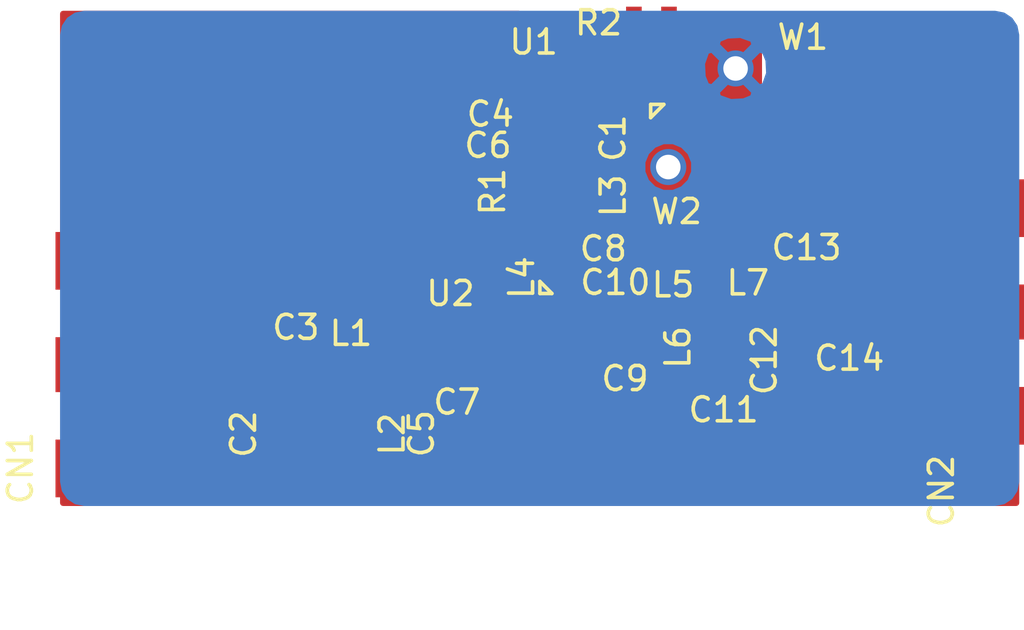
<source format=kicad_pcb>
(kicad_pcb (version 4) (host pcbnew 4.0.5)

  (general
    (links 47)
    (no_connects 13)
    (area 116.475 89.525 159.4 115.952857)
    (thickness 0.6)
    (drawings 0)
    (tracks 34)
    (zones 0)
    (modules 29)
    (nets 17)
  )

  (page A4)
  (layers
    (0 F.Cu signal)
    (31 B.Cu signal)
    (33 F.Adhes user)
    (35 F.Paste user)
    (37 F.SilkS user)
    (39 F.Mask user)
    (40 Dwgs.User user)
    (41 Cmts.User user)
    (42 Eco1.User user)
    (43 Eco2.User user)
    (44 Edge.Cuts user)
    (45 Margin user)
    (47 F.CrtYd user)
    (49 F.Fab user)
  )

  (setup
    (last_trace_width 0.25)
    (trace_clearance 0.2)
    (zone_clearance 0.2)
    (zone_45_only no)
    (trace_min 0.2)
    (segment_width 0.2)
    (edge_width 0.1)
    (via_size 0.6)
    (via_drill 0.4)
    (via_min_size 0.4)
    (via_min_drill 0.3)
    (uvia_size 0.3)
    (uvia_drill 0.1)
    (uvias_allowed no)
    (uvia_min_size 0.2)
    (uvia_min_drill 0.1)
    (pcb_text_width 0.3)
    (pcb_text_size 1.5 1.5)
    (mod_edge_width 0.15)
    (mod_text_size 1 1)
    (mod_text_width 0.15)
    (pad_size 1.5 1.5)
    (pad_drill 0.6)
    (pad_to_mask_clearance 0)
    (aux_axis_origin 0 0)
    (visible_elements 7FFFFFFF)
    (pcbplotparams
      (layerselection 0x00030_80000001)
      (usegerberextensions false)
      (excludeedgelayer true)
      (linewidth 0.100000)
      (plotframeref false)
      (viasonmask false)
      (mode 1)
      (useauxorigin false)
      (hpglpennumber 1)
      (hpglpenspeed 20)
      (hpglpendiameter 15)
      (hpglpenoverlay 2)
      (psnegative false)
      (psa4output false)
      (plotreference true)
      (plotvalue true)
      (plotinvisibletext false)
      (padsonsilk false)
      (subtractmaskfromsilk false)
      (outputformat 1)
      (mirror false)
      (drillshape 1)
      (scaleselection 1)
      (outputdirectory ""))
  )

  (net 0 "")
  (net 1 +5V)
  (net 2 GND)
  (net 3 "Net-(C2-Pad1)")
  (net 4 "Net-(C3-Pad1)")
  (net 5 "Net-(C4-Pad1)")
  (net 6 "Net-(C5-Pad2)")
  (net 7 "Net-(C7-Pad2)")
  (net 8 "Net-(C8-Pad1)")
  (net 9 "Net-(C12-Pad2)")
  (net 10 "Net-(C10-Pad2)")
  (net 11 "Net-(C10-Pad1)")
  (net 12 "Net-(C11-Pad2)")
  (net 13 "Net-(C13-Pad1)")
  (net 14 "Net-(C14-Pad2)")
  (net 15 "Net-(R2-Pad2)")
  (net 16 "Net-(U1-Pad4)")

  (net_class Default "これは標準のネット クラスです。"
    (clearance 0.2)
    (trace_width 0.25)
    (via_dia 0.6)
    (via_drill 0.4)
    (uvia_dia 0.3)
    (uvia_drill 0.1)
    (add_net +5V)
    (add_net GND)
    (add_net "Net-(R2-Pad2)")
    (add_net "Net-(U1-Pad4)")
  )

  (net_class SIG ""
    (clearance 0.2)
    (trace_width 0.8)
    (via_dia 0.6)
    (via_drill 0.4)
    (uvia_dia 0.3)
    (uvia_drill 0.1)
    (add_net "Net-(C10-Pad1)")
    (add_net "Net-(C10-Pad2)")
    (add_net "Net-(C11-Pad2)")
    (add_net "Net-(C12-Pad2)")
    (add_net "Net-(C13-Pad1)")
    (add_net "Net-(C14-Pad2)")
    (add_net "Net-(C2-Pad1)")
    (add_net "Net-(C3-Pad1)")
    (add_net "Net-(C4-Pad1)")
    (add_net "Net-(C5-Pad2)")
    (add_net "Net-(C7-Pad2)")
    (add_net "Net-(C8-Pad1)")
  )

  (module adc_lib:C0603 (layer F.Cu) (tedit 58BAA99A) (tstamp 597C8617)
    (at 144.26 92.83 90)
    (path /5979F339)
    (fp_text reference C1 (at -2.57 -2.16 90) (layer F.SilkS)
      (effects (font (size 1 1) (thickness 0.15)))
    )
    (fp_text value 1u (at -2.17 2.14 90) (layer F.Fab)
      (effects (font (size 1 1) (thickness 0.15)))
    )
    (pad 1 smd rect (at -0.7 0 90) (size 0.7 0.8) (layers F.Cu F.Paste F.Mask)
      (net 1 +5V))
    (pad 2 smd rect (at 0.7 0 90) (size 0.7 0.8) (layers F.Cu F.Paste F.Mask)
      (net 2 GND))
  )

  (module adc_lib:C0603 (layer F.Cu) (tedit 58BAA99A) (tstamp 597C861D)
    (at 126.74 105.52 270)
    (path /597A03A5)
    (fp_text reference C2 (at 2.19 0.01 270) (layer F.SilkS)
      (effects (font (size 1 1) (thickness 0.15)))
    )
    (fp_text value 27p (at 1.85 1.41 270) (layer F.Fab)
      (effects (font (size 1 1) (thickness 0.15)))
    )
    (pad 1 smd rect (at -0.7 0 270) (size 0.7 0.8) (layers F.Cu F.Paste F.Mask)
      (net 3 "Net-(C2-Pad1)"))
    (pad 2 smd rect (at 0.7 0 270) (size 0.7 0.8) (layers F.Cu F.Paste F.Mask)
      (net 2 GND))
  )

  (module adc_lib:C0603 (layer F.Cu) (tedit 58BAA99A) (tstamp 597C8623)
    (at 128.86 104.82 180)
    (path /597A0430)
    (fp_text reference C3 (at -0.05 1.55 180) (layer F.SilkS)
      (effects (font (size 1 1) (thickness 0.15)))
    )
    (fp_text value 12p (at 0.05 -1.4 180) (layer F.Fab)
      (effects (font (size 1 1) (thickness 0.15)))
    )
    (pad 1 smd rect (at -0.7 0 180) (size 0.7 0.8) (layers F.Cu F.Paste F.Mask)
      (net 4 "Net-(C3-Pad1)"))
    (pad 2 smd rect (at 0.7 0 180) (size 0.7 0.8) (layers F.Cu F.Paste F.Mask)
      (net 3 "Net-(C2-Pad1)"))
  )

  (module adc_lib:C0603 (layer F.Cu) (tedit 58BAA99A) (tstamp 597C8629)
    (at 139.42 94.43 180)
    (path /5979F374)
    (fp_text reference C4 (at 2.42 0.03 180) (layer F.SilkS)
      (effects (font (size 1 1) (thickness 0.15)))
    )
    (fp_text value 1u (at 4.52 0.13 180) (layer F.Fab)
      (effects (font (size 1 1) (thickness 0.15)))
    )
    (pad 1 smd rect (at -0.7 0 180) (size 0.7 0.8) (layers F.Cu F.Paste F.Mask)
      (net 5 "Net-(C4-Pad1)"))
    (pad 2 smd rect (at 0.7 0 180) (size 0.7 0.8) (layers F.Cu F.Paste F.Mask)
      (net 2 GND))
  )

  (module adc_lib:C0603 (layer F.Cu) (tedit 58BAA99A) (tstamp 597C862F)
    (at 134.01 105.53 90)
    (path /597A0623)
    (fp_text reference C5 (at -2.16 0.12 90) (layer F.SilkS)
      (effects (font (size 1 1) (thickness 0.15)))
    )
    (fp_text value 130p (at -4.99 0.09 90) (layer F.Fab)
      (effects (font (size 1 1) (thickness 0.15)))
    )
    (pad 1 smd rect (at -0.7 0 90) (size 0.7 0.8) (layers F.Cu F.Paste F.Mask)
      (net 2 GND))
    (pad 2 smd rect (at 0.7 0 90) (size 0.7 0.8) (layers F.Cu F.Paste F.Mask)
      (net 6 "Net-(C5-Pad2)"))
  )

  (module adc_lib:C0603 (layer F.Cu) (tedit 58BAA99A) (tstamp 597C8635)
    (at 139.42 95.61 180)
    (path /5979F81A)
    (fp_text reference C6 (at 2.52 -0.09 180) (layer F.SilkS)
      (effects (font (size 1 1) (thickness 0.15)))
    )
    (fp_text value 0.1u (at 5.12 -0.09 180) (layer F.Fab)
      (effects (font (size 1 1) (thickness 0.15)))
    )
    (pad 1 smd rect (at -0.7 0 180) (size 0.7 0.8) (layers F.Cu F.Paste F.Mask)
      (net 5 "Net-(C4-Pad1)"))
    (pad 2 smd rect (at 0.7 0 180) (size 0.7 0.8) (layers F.Cu F.Paste F.Mask)
      (net 2 GND))
  )

  (module adc_lib:C0603 (layer F.Cu) (tedit 58BAA99A) (tstamp 597C863B)
    (at 135.66 104.83)
    (path /597A0C19)
    (fp_text reference C7 (at -0.05 1.55) (layer F.SilkS)
      (effects (font (size 1 1) (thickness 0.15)))
    )
    (fp_text value 0.1u (at 0.05 -1.4) (layer F.Fab)
      (effects (font (size 1 1) (thickness 0.15)))
    )
    (pad 1 smd rect (at -0.7 0) (size 0.7 0.8) (layers F.Cu F.Paste F.Mask)
      (net 6 "Net-(C5-Pad2)"))
    (pad 2 smd rect (at 0.7 0) (size 0.7 0.8) (layers F.Cu F.Paste F.Mask)
      (net 7 "Net-(C7-Pad2)"))
  )

  (module adc_lib:C0603 (layer F.Cu) (tedit 58BAA99A) (tstamp 597C8641)
    (at 139.3 99.9 180)
    (path /5979FA8B)
    (fp_text reference C8 (at -2.4 -0.1 360) (layer F.SilkS)
      (effects (font (size 1 1) (thickness 0.15)))
    )
    (fp_text value 0.1u (at -5.1 -0.8 180) (layer F.Fab)
      (effects (font (size 1 1) (thickness 0.15)))
    )
    (pad 1 smd rect (at -0.7 0 180) (size 0.7 0.8) (layers F.Cu F.Paste F.Mask)
      (net 8 "Net-(C8-Pad1)"))
    (pad 2 smd rect (at 0.7 0 180) (size 0.7 0.8) (layers F.Cu F.Paste F.Mask)
      (net 2 GND))
  )

  (module adc_lib:C0603 (layer F.Cu) (tedit 58BAA99A) (tstamp 597C8647)
    (at 142.6 104 180)
    (path /597A1122)
    (fp_text reference C9 (at 0 -1.4 180) (layer F.SilkS)
      (effects (font (size 1 1) (thickness 0.15)))
    )
    (fp_text value 9p (at -0.15 -4.48 180) (layer F.Fab)
      (effects (font (size 1 1) (thickness 0.15)))
    )
    (pad 1 smd rect (at -0.7 0 180) (size 0.7 0.8) (layers F.Cu F.Paste F.Mask)
      (net 9 "Net-(C12-Pad2)"))
    (pad 2 smd rect (at 0.7 0 180) (size 0.7 0.8) (layers F.Cu F.Paste F.Mask)
      (net 10 "Net-(C10-Pad2)"))
  )

  (module adc_lib:C0603 (layer F.Cu) (tedit 58BAA99A) (tstamp 597C864D)
    (at 141.54 102.64 180)
    (path /597A0FE1)
    (fp_text reference C10 (at -0.66 1.24 180) (layer F.SilkS)
      (effects (font (size 1 1) (thickness 0.15)))
    )
    (fp_text value 5p (at 1.53 -3.79 180) (layer F.Fab)
      (effects (font (size 1 1) (thickness 0.15)))
    )
    (pad 1 smd rect (at -0.7 0 180) (size 0.7 0.8) (layers F.Cu F.Paste F.Mask)
      (net 11 "Net-(C10-Pad1)"))
    (pad 2 smd rect (at 0.7 0 180) (size 0.7 0.8) (layers F.Cu F.Paste F.Mask)
      (net 10 "Net-(C10-Pad2)"))
  )

  (module adc_lib:C0603 (layer F.Cu) (tedit 58BAA99A) (tstamp 597C8653)
    (at 146.56 105.04 180)
    (path /597A12FD)
    (fp_text reference C11 (at -0.14 -1.66 180) (layer F.SilkS)
      (effects (font (size 1 1) (thickness 0.15)))
    )
    (fp_text value 68p (at -2.75 0.27 180) (layer F.Fab)
      (effects (font (size 1 1) (thickness 0.15)))
    )
    (pad 1 smd rect (at -0.7 0 180) (size 0.7 0.8) (layers F.Cu F.Paste F.Mask)
      (net 2 GND))
    (pad 2 smd rect (at 0.7 0 180) (size 0.7 0.8) (layers F.Cu F.Paste F.Mask)
      (net 12 "Net-(C11-Pad2)"))
  )

  (module adc_lib:C0603 (layer F.Cu) (tedit 58BAA99A) (tstamp 597C8659)
    (at 147.06 103.34 90)
    (path /597A1393)
    (fp_text reference C12 (at -1.29 1.33 90) (layer F.SilkS)
      (effects (font (size 1 1) (thickness 0.15)))
    )
    (fp_text value 100p (at -5.58 2.44 90) (layer F.Fab)
      (effects (font (size 1 1) (thickness 0.15)))
    )
    (pad 1 smd rect (at -0.7 0 90) (size 0.7 0.8) (layers F.Cu F.Paste F.Mask)
      (net 2 GND))
    (pad 2 smd rect (at 0.7 0 90) (size 0.7 0.8) (layers F.Cu F.Paste F.Mask)
      (net 9 "Net-(C12-Pad2)"))
  )

  (module adc_lib:C0603 (layer F.Cu) (tedit 58BAA99A) (tstamp 597C865F)
    (at 150.1 101.5 180)
    (path /597A148D)
    (fp_text reference C13 (at -0.05 1.55 180) (layer F.SilkS)
      (effects (font (size 1 1) (thickness 0.15)))
    )
    (fp_text value 5p (at -0.03 2.99 180) (layer F.Fab)
      (effects (font (size 1 1) (thickness 0.15)))
    )
    (pad 1 smd rect (at -0.7 0 180) (size 0.7 0.8) (layers F.Cu F.Paste F.Mask)
      (net 13 "Net-(C13-Pad1)"))
    (pad 2 smd rect (at 0.7 0 180) (size 0.7 0.8) (layers F.Cu F.Paste F.Mask)
      (net 9 "Net-(C12-Pad2)"))
  )

  (module adc_lib:C0603 (layer F.Cu) (tedit 58BAA99A) (tstamp 597C8665)
    (at 151.8 103.2 180)
    (path /597A14DE)
    (fp_text reference C14 (at -0.13 -1.35 180) (layer F.SilkS)
      (effects (font (size 1 1) (thickness 0.15)))
    )
    (fp_text value 5p (at -0.1 -2.99 180) (layer F.Fab)
      (effects (font (size 1 1) (thickness 0.15)))
    )
    (pad 1 smd rect (at -0.7 0 180) (size 0.7 0.8) (layers F.Cu F.Paste F.Mask)
      (net 13 "Net-(C13-Pad1)"))
    (pad 2 smd rect (at 0.7 0 180) (size 0.7 0.8) (layers F.Cu F.Paste F.Mask)
      (net 14 "Net-(C14-Pad2)"))
  )

  (module adc_lib:SMA_Edge (layer F.Cu) (tedit 597C7D58) (tstamp 597C866C)
    (at 121.45 104.82 270)
    (path /597C80E9)
    (fp_text reference CN1 (at 4.3 4 270) (layer F.SilkS)
      (effects (font (size 1 1) (thickness 0.15)))
    )
    (fp_text value SMA_Edge (at -4.8 3.8 270) (layer F.Fab)
      (effects (font (size 1 1) (thickness 0.15)))
    )
    (pad 1 connect rect (at -4.318 0 270) (size 2.4 5.08) (layers F.Cu F.Mask)
      (net 2 GND))
    (pad 3 connect rect (at 4.318 0 270) (size 2.4 5.08) (layers F.Cu F.Mask)
      (net 2 GND))
    (pad 2 connect rect (at 0 0 270) (size 2.286 5.08) (layers F.Cu F.Mask)
      (net 3 "Net-(C2-Pad1)"))
  )

  (module adc_lib:SMA_Edge (layer F.Cu) (tedit 597C7D58) (tstamp 597C8673)
    (at 156.66 102.63 270)
    (path /597C8478)
    (fp_text reference CN2 (at 7.45 0.9 270) (layer F.SilkS)
      (effects (font (size 1 1) (thickness 0.15)))
    )
    (fp_text value SMA_Edge (at 9.48 -0.62 270) (layer F.Fab)
      (effects (font (size 1 1) (thickness 0.15)))
    )
    (pad 1 connect rect (at -4.318 0 270) (size 2.4 5.08) (layers F.Cu F.Mask)
      (net 2 GND))
    (pad 3 connect rect (at 4.318 0 270) (size 2.4 5.08) (layers F.Cu F.Mask)
      (net 2 GND))
    (pad 2 connect rect (at 0 0 270) (size 2.286 5.08) (layers F.Cu F.Mask)
      (net 13 "Net-(C13-Pad1)"))
  )

  (module adc_lib:L0603 (layer F.Cu) (tedit 58BADA16) (tstamp 597C8685)
    (at 131.29 104.82 180)
    (path /597A04AF)
    (fp_text reference L1 (at 0.09 1.3 180) (layer F.SilkS)
      (effects (font (size 1 1) (thickness 0.15)))
    )
    (fp_text value 330n (at -0.16 2.77 180) (layer F.Fab)
      (effects (font (size 1 1) (thickness 0.15)))
    )
    (pad 1 smd rect (at -0.7 0 180) (size 0.6 0.8) (layers F.Cu F.Paste F.Mask)
      (net 6 "Net-(C5-Pad2)"))
    (pad 2 smd rect (at 0.7 0 180) (size 0.6 0.8) (layers F.Cu F.Paste F.Mask)
      (net 4 "Net-(C3-Pad1)"))
  )

  (module adc_lib:L0603 (layer F.Cu) (tedit 58BADA16) (tstamp 597C868B)
    (at 132.95 105.61 90)
    (path /597A04F6)
    (fp_text reference L2 (at -2.1 -0.04 90) (layer F.SilkS)
      (effects (font (size 1 1) (thickness 0.15)))
    )
    (fp_text value 27n (at -4.49 -0.13 90) (layer F.Fab)
      (effects (font (size 1 1) (thickness 0.15)))
    )
    (pad 1 smd rect (at -0.7 0 90) (size 0.6 0.8) (layers F.Cu F.Paste F.Mask)
      (net 2 GND))
    (pad 2 smd rect (at 0.7 0 90) (size 0.6 0.8) (layers F.Cu F.Paste F.Mask)
      (net 6 "Net-(C5-Pad2)"))
  )

  (module adc_lib:L1008 (layer F.Cu) (tedit 597C7207) (tstamp 597C8691)
    (at 140.107343 97.895055 90)
    (path /5979F7CE)
    (fp_text reference L3 (at 0.1 2 90) (layer F.SilkS)
      (effects (font (size 1 1) (thickness 0.15)))
    )
    (fp_text value 8.2u (at -0.224945 3.452657 90) (layer F.Fab)
      (effects (font (size 1 1) (thickness 0.15)))
    )
    (pad 1 smd rect (at -1 0 90) (size 0.8 2) (layers F.Cu F.Paste F.Mask)
      (net 8 "Net-(C8-Pad1)"))
    (pad 2 smd rect (at 1 0 90) (size 0.8 2) (layers F.Cu F.Paste F.Mask)
      (net 5 "Net-(C4-Pad1)"))
  )

  (module adc_lib:L0603 (layer F.Cu) (tedit 58BADA16) (tstamp 597C8697)
    (at 140 101.9 90)
    (path /5979FAC0)
    (fp_text reference L4 (at 0.7 -1.7 90) (layer F.SilkS)
      (effects (font (size 1 1) (thickness 0.15)))
    )
    (fp_text value 3.3u (at 0.13 -2.32 180) (layer F.Fab)
      (effects (font (size 1 1) (thickness 0.15)))
    )
    (pad 1 smd rect (at -0.7 0 90) (size 0.6 0.8) (layers F.Cu F.Paste F.Mask)
      (net 10 "Net-(C10-Pad2)"))
    (pad 2 smd rect (at 0.7 0 90) (size 0.6 0.8) (layers F.Cu F.Paste F.Mask)
      (net 8 "Net-(C8-Pad1)"))
  )

  (module adc_lib:L0603 (layer F.Cu) (tedit 58BADA16) (tstamp 597C869D)
    (at 144.03 102.64 180)
    (path /597A11DE)
    (fp_text reference L5 (at -0.57 1.14 180) (layer F.SilkS)
      (effects (font (size 1 1) (thickness 0.15)))
    )
    (fp_text value 560n (at -0.03 -4.19 180) (layer F.Fab)
      (effects (font (size 1 1) (thickness 0.15)))
    )
    (pad 1 smd rect (at -0.7 0 180) (size 0.6 0.8) (layers F.Cu F.Paste F.Mask)
      (net 9 "Net-(C12-Pad2)"))
    (pad 2 smd rect (at 0.7 0 180) (size 0.6 0.8) (layers F.Cu F.Paste F.Mask)
      (net 11 "Net-(C10-Pad1)"))
  )

  (module adc_lib:L0603 (layer F.Cu) (tedit 58BADA16) (tstamp 597C86A3)
    (at 145.86 103.34 90)
    (path /597A1239)
    (fp_text reference L6 (at -0.76 -1.06 90) (layer F.SilkS)
      (effects (font (size 1 1) (thickness 0.15)))
    )
    (fp_text value 100n (at -4.7 -0.13 90) (layer F.Fab)
      (effects (font (size 1 1) (thickness 0.15)))
    )
    (pad 1 smd rect (at -0.7 0 90) (size 0.6 0.8) (layers F.Cu F.Paste F.Mask)
      (net 12 "Net-(C11-Pad2)"))
    (pad 2 smd rect (at 0.7 0 90) (size 0.6 0.8) (layers F.Cu F.Paste F.Mask)
      (net 9 "Net-(C12-Pad2)"))
  )

  (module adc_lib:L0603 (layer F.Cu) (tedit 58BADA16) (tstamp 597C86A9)
    (at 148.97 102.64 180)
    (path /597A13FF)
    (fp_text reference L7 (at 1.26 1.22 180) (layer F.SilkS)
      (effects (font (size 1 1) (thickness 0.15)))
    )
    (fp_text value 560n (at 1.22 2.54 180) (layer F.Fab)
      (effects (font (size 1 1) (thickness 0.15)))
    )
    (pad 1 smd rect (at -0.7 0 180) (size 0.6 0.8) (layers F.Cu F.Paste F.Mask)
      (net 14 "Net-(C14-Pad2)"))
    (pad 2 smd rect (at 0.7 0 180) (size 0.6 0.8) (layers F.Cu F.Paste F.Mask)
      (net 9 "Net-(C12-Pad2)"))
  )

  (module adc_lib:R0603 (layer F.Cu) (tedit 58AC3F15) (tstamp 597C86AF)
    (at 138.36 97.65 90)
    (path /5979F787)
    (fp_text reference R1 (at 0.025055 -1.267343 90) (layer F.SilkS)
      (effects (font (size 1 1) (thickness 0.15)))
    )
    (fp_text value 680 (at 0.005055 -2.727343 90) (layer F.Fab)
      (effects (font (size 1 1) (thickness 0.15)))
    )
    (pad 1 smd rect (at -0.73 0 90) (size 0.65 0.9) (layers F.Cu F.Paste F.Mask)
      (net 8 "Net-(C8-Pad1)"))
    (pad 2 smd rect (at 0.73 0 90) (size 0.65 0.9) (layers F.Cu F.Paste F.Mask)
      (net 5 "Net-(C4-Pad1)"))
  )

  (module adc_lib:R0603 (layer F.Cu) (tedit 58AC3F15) (tstamp 597C86B5)
    (at 143.7 90.38 180)
    (path /597B03B9)
    (fp_text reference R2 (at 2.2 -0.22 180) (layer F.SilkS)
      (effects (font (size 1 1) (thickness 0.15)))
    )
    (fp_text value 10k (at -2.6 -0.12 180) (layer F.Fab)
      (effects (font (size 1 1) (thickness 0.15)))
    )
    (pad 1 smd rect (at -0.73 0 180) (size 0.65 0.9) (layers F.Cu F.Paste F.Mask)
      (net 1 +5V))
    (pad 2 smd rect (at 0.73 0 180) (size 0.65 0.9) (layers F.Cu F.Paste F.Mask)
      (net 15 "Net-(R2-Pad2)"))
  )

  (module adc_lib:LP5907 (layer F.Cu) (tedit 597C7AB8) (tstamp 597C86C1)
    (at 141.617343 92.495056 90)
    (path /59784B61)
    (fp_text reference U1 (at 1.095056 -2.817343 180) (layer F.SilkS)
      (effects (font (size 1 1) (thickness 0.15)))
    )
    (fp_text value LP5907_SOT-23 (at 1.605056 -8.187343 180) (layer F.Fab)
      (effects (font (size 1 1) (thickness 0.15)))
    )
    (fp_line (start -2.05 2.05) (end -1.5 2.05) (layer F.SilkS) (width 0.15))
    (fp_line (start -1.5 2.6) (end -2.05 2.05) (layer F.SilkS) (width 0.15))
    (fp_line (start -1.5 2.05) (end -1.5 2.6) (layer F.SilkS) (width 0.15))
    (pad 1 smd rect (at -0.95 1.35 90) (size 0.55 1) (layers F.Cu F.Paste F.Mask)
      (net 1 +5V))
    (pad 2 smd rect (at 0 1.35 90) (size 0.55 1) (layers F.Cu F.Paste F.Mask)
      (net 2 GND))
    (pad 3 smd rect (at 0.95 1.35 90) (size 0.55 1) (layers F.Cu F.Paste F.Mask)
      (net 15 "Net-(R2-Pad2)"))
    (pad 4 smd rect (at 0.95 -1.35 90) (size 0.55 1) (layers F.Cu F.Paste F.Mask)
      (net 16 "Net-(U1-Pad4)"))
    (pad 5 smd rect (at -0.95 -1.35 90) (size 0.55 1) (layers F.Cu F.Paste F.Mask)
      (net 5 "Net-(C4-Pad1)"))
  )

  (module adc_lib:MMM1362 (layer F.Cu) (tedit 597C7AA7) (tstamp 597C86CC)
    (at 137.86 103.66 180)
    (path /5979FFAD)
    (fp_text reference U2 (at 2.52 1.8 180) (layer F.SilkS)
      (effects (font (size 1 1) (thickness 0.15)))
    )
    (fp_text value PSA4-5043+ (at 5.2 3.91 180) (layer F.Fab)
      (effects (font (size 1 1) (thickness 0.15)))
    )
    (fp_line (start -1.7 1.8) (end -1.2 1.8) (layer F.SilkS) (width 0.15))
    (fp_line (start -1.2 2.3) (end -1.7 1.8) (layer F.SilkS) (width 0.15))
    (fp_line (start -1.2 1.8) (end -1.2 2.3) (layer F.SilkS) (width 0.15))
    (pad 1 smd rect (at -0.65 1.1 180) (size 0.5 0.95) (layers F.Cu F.Paste F.Mask)
      (net 10 "Net-(C10-Pad2)"))
    (pad 4 smd rect (at -0.65 -1.1 180) (size 0.5 0.95) (layers F.Cu F.Paste F.Mask)
      (net 2 GND))
    (pad 3 smd rect (at 0.65 -1.1 180) (size 0.5 0.95) (layers F.Cu F.Paste F.Mask)
      (net 7 "Net-(C7-Pad2)"))
    (pad 2 smd rect (at 0.5 1.1 180) (size 0.8 0.95) (layers F.Cu F.Paste F.Mask)
      (net 2 GND))
  )

  (module adc_lib:68000-401HLF (layer F.Cu) (tedit 58AD8829) (tstamp 597F28A5)
    (at 147.2 92.5)
    (path /597F2E3D)
    (fp_text reference W1 (at 2.8 -1.3) (layer F.SilkS)
      (effects (font (size 1 1) (thickness 0.15)))
    )
    (fp_text value TEST_1P (at 5 0.2) (layer F.Fab)
      (effects (font (size 1 1) (thickness 0.15)))
    )
    (pad 1 thru_hole circle (at 0 0) (size 1.5 1.5) (drill 1.02) (layers *.Cu *.Mask)
      (net 2 GND))
  )

  (module adc_lib:68000-401HLF (layer F.Cu) (tedit 58AD8829) (tstamp 597F28AA)
    (at 144.4 96.6)
    (path /597F2952)
    (fp_text reference W2 (at 0.35 1.85) (layer F.SilkS)
      (effects (font (size 1 1) (thickness 0.15)))
    )
    (fp_text value TEST_1P (at 5.3 0.5) (layer F.Fab)
      (effects (font (size 1 1) (thickness 0.15)))
    )
    (pad 1 thru_hole circle (at 0 0) (size 1.5 1.5) (drill 1.02) (layers *.Cu *.Mask)
      (net 1 +5V))
  )

  (segment (start 148.8 91.1) (end 148.08 90.38) (width 0.25) (layer F.Cu) (net 1))
  (segment (start 148.08 90.38) (end 144.43 90.38) (width 0.25) (layer F.Cu) (net 1))
  (segment (start 148.8 94.4) (end 148.8 91.1) (width 0.25) (layer F.Cu) (net 1))
  (segment (start 147.9 95.3) (end 148.8 94.4) (width 0.25) (layer F.Cu) (net 1))
  (segment (start 146.76066 95.3) (end 147.9 95.3) (width 0.25) (layer F.Cu) (net 1))
  (segment (start 144.4 96.6) (end 145.46066 96.6) (width 0.25) (layer F.Cu) (net 1))
  (segment (start 145.46066 96.6) (end 146.76066 95.3) (width 0.25) (layer F.Cu) (net 1))
  (segment (start 126.74 104.82) (end 121.45 104.82) (width 0.8) (layer F.Cu) (net 3))
  (segment (start 129.56 104.82) (end 130.59 104.82) (width 0.8) (layer F.Cu) (net 4))
  (segment (start 140.107343 96.895055) (end 138.384945 96.895055) (width 0.8) (layer F.Cu) (net 5))
  (segment (start 138.384945 96.895055) (end 138.36 96.92) (width 0.8) (layer F.Cu) (net 5))
  (segment (start 140.12 95.61) (end 140.12 96.882398) (width 0.8) (layer F.Cu) (net 5))
  (segment (start 140.12 96.882398) (end 140.107343 96.895055) (width 0.8) (layer F.Cu) (net 5))
  (segment (start 140.12 94.43) (end 140.12 95.61) (width 0.8) (layer F.Cu) (net 5))
  (segment (start 134.01 104.83) (end 134.96 104.83) (width 0.8) (layer F.Cu) (net 6))
  (segment (start 131.99 104.82) (end 134 104.82) (width 0.8) (layer F.Cu) (net 6))
  (segment (start 134 104.82) (end 134.01 104.83) (width 0.8) (layer F.Cu) (net 6))
  (segment (start 136.36 104.83) (end 137.14 104.83) (width 0.8) (layer F.Cu) (net 7))
  (segment (start 137.14 104.83) (end 137.21 104.76) (width 0.8) (layer F.Cu) (net 7))
  (segment (start 140 101.2) (end 140 99.9) (width 0.8) (layer F.Cu) (net 8))
  (segment (start 140 99.9) (end 140 99.002398) (width 0.8) (layer F.Cu) (net 8))
  (segment (start 140 99.002398) (end 140.107343 98.895055) (width 0.8) (layer F.Cu) (net 8))
  (segment (start 148.27 102.64) (end 148.27 102.259998) (width 0.8) (layer F.Cu) (net 9))
  (segment (start 148.27 102.259998) (end 149.029998 101.5) (width 0.8) (layer F.Cu) (net 9))
  (segment (start 144.73 102.64) (end 148.27 102.64) (width 0.8) (layer F.Cu) (net 9))
  (segment (start 142.24 102.64) (end 143.33 102.64) (width 0.8) (layer F.Cu) (net 11))
  (segment (start 145.86 104.04) (end 145.86 105.04) (width 0.8) (layer F.Cu) (net 12))
  (segment (start 152.5 103.2) (end 156.09 103.2) (width 0.8) (layer F.Cu) (net 13))
  (segment (start 156.09 103.2) (end 156.66 102.63) (width 0.8) (layer F.Cu) (net 13))
  (segment (start 156.65 102.64) (end 156.66 102.63) (width 0.8) (layer F.Cu) (net 13))
  (segment (start 149.67 102.64) (end 150.54 102.64) (width 0.8) (layer F.Cu) (net 14))
  (segment (start 150.54 102.64) (end 151.1 103.2) (width 0.8) (layer F.Cu) (net 14))
  (segment (start 142.97 90.38) (end 142.97 91.542399) (width 0.25) (layer F.Cu) (net 15))
  (segment (start 142.97 91.542399) (end 142.967343 91.545056) (width 0.25) (layer F.Cu) (net 15))

  (zone (net 1) (net_name +5V) (layer F.Cu) (tstamp 0) (hatch edge 0.508)
    (connect_pads yes (clearance 0.2))
    (min_thickness 0.254)
    (fill yes (arc_segments 16) (thermal_gap 0.508) (thermal_bridge_width 0.508))
    (polygon
      (pts
        (xy 142.3 93) (xy 142.3 94) (xy 143.2 94.8) (xy 143.2 97.7) (xy 145.6 97.7)
        (xy 145.6 93)
      )
    )
    (filled_polygon
      (pts
        (xy 145.473 97.573) (xy 143.327 97.573) (xy 143.327 94.8) (xy 143.316994 94.75059) (xy 143.284374 94.705079)
        (xy 142.427 93.942969) (xy 142.427 93.127) (xy 145.473 93.127)
      )
    )
  )
  (zone (net 2) (net_name GND) (layer F.Cu) (tstamp 0) (hatch edge 0.508)
    (connect_pads yes (clearance 0.2))
    (min_thickness 0.254)
    (fill yes (arc_segments 16) (thermal_gap 0.508) (thermal_bridge_width 0.508))
    (polygon
      (pts
        (xy 142 92.8) (xy 142 92.1) (xy 143.7 92.1) (xy 143.7 91.2) (xy 148.3 91.2)
        (xy 148.3 93.9) (xy 145.9 93.9) (xy 145.9 92.8)
      )
    )
    (filled_polygon
      (pts
        (xy 148.173 93.773) (xy 146.027 93.773) (xy 146.027 92.8) (xy 146.016994 92.75059) (xy 145.988553 92.708965)
        (xy 145.946159 92.681685) (xy 145.9 92.673) (xy 142.127 92.673) (xy 142.127 92.227) (xy 143.7 92.227)
        (xy 143.74941 92.216994) (xy 143.791035 92.188553) (xy 143.818315 92.146159) (xy 143.827 92.1) (xy 143.827 91.327)
        (xy 148.173 91.327)
      )
    )
  )
  (zone (net 2) (net_name GND) (layer F.Cu) (tstamp 0) (hatch edge 0.508)
    (connect_pads yes (clearance 0.2))
    (min_thickness 0.254)
    (fill yes (arc_segments 16) (thermal_gap 0.508) (thermal_bridge_width 0.508))
    (polygon
      (pts
        (xy 142.3 92.1) (xy 138 92.1) (xy 138 96.2) (xy 139.4 96.2) (xy 139.4 92.9)
        (xy 139.4 92.8) (xy 142.3 92.8)
      )
    )
    (filled_polygon
      (pts
        (xy 142.173 92.673) (xy 139.4 92.673) (xy 139.35059 92.683006) (xy 139.308965 92.711447) (xy 139.281685 92.753841)
        (xy 139.273 92.8) (xy 139.273 96.073) (xy 138.127 96.073) (xy 138.127 92.227) (xy 142.173 92.227)
      )
    )
  )
  (zone (net 5) (net_name "Net-(C4-Pad1)") (layer F.Cu) (tstamp 0) (hatch edge 0.508)
    (connect_pads yes (clearance 0.2))
    (min_thickness 0.254)
    (fill yes (arc_segments 16) (thermal_gap 0.508) (thermal_bridge_width 0.508))
    (polygon
      (pts
        (xy 139.7 93.1) (xy 139.7 94.9) (xy 141.3 94.9) (xy 141.2 93.1)
      )
    )
    (filled_polygon
      (pts
        (xy 141.165749 94.773) (xy 139.827 94.773) (xy 139.827 93.227) (xy 141.07986 93.227)
      )
    )
  )
  (zone (net 8) (net_name "Net-(C8-Pad1)") (layer F.Cu) (tstamp 0) (hatch edge 0.508)
    (connect_pads yes (clearance 0.2))
    (min_thickness 0.254)
    (fill yes (arc_segments 16) (thermal_gap 0.508) (thermal_bridge_width 0.508))
    (polygon
      (pts
        (xy 137.9 98.05) (xy 137.9 99.2) (xy 141.2 99.2) (xy 141.2 98.05)
      )
    )
    (filled_polygon
      (pts
        (xy 141.073 99.073) (xy 138.027 99.073) (xy 138.027 98.177) (xy 141.073 98.177)
      )
    )
  )
  (zone (net 2) (net_name GND) (layer B.Cu) (tstamp 0) (hatch edge 0.508)
    (priority 1)
    (connect_pads (clearance 0.2))
    (min_thickness 0.254)
    (fill yes (arc_segments 16) (thermal_gap 0.508) (thermal_bridge_width 0.508) (smoothing fillet) (radius 1))
    (polygon
      (pts
        (xy 159 110.7) (xy 119.1 110.7) (xy 119.1 90.1) (xy 159 90.1)
      )
    )
    (filled_polygon
      (pts
        (xy 158.33313 90.295752) (xy 158.615545 90.484455) (xy 158.804248 90.76687) (xy 158.873 91.112509) (xy 158.873 109.687491)
        (xy 158.804248 110.03313) (xy 158.615545 110.315545) (xy 158.33313 110.504248) (xy 157.987491 110.573) (xy 120.112509 110.573)
        (xy 119.76687 110.504248) (xy 119.484455 110.315545) (xy 119.295752 110.03313) (xy 119.227 109.687491) (xy 119.227 96.813289)
        (xy 143.322813 96.813289) (xy 143.486431 97.209275) (xy 143.789132 97.512504) (xy 144.184832 97.676813) (xy 144.613289 97.677187)
        (xy 145.009275 97.513569) (xy 145.312504 97.210868) (xy 145.476813 96.815168) (xy 145.477187 96.386711) (xy 145.313569 95.990725)
        (xy 145.010868 95.687496) (xy 144.615168 95.523187) (xy 144.186711 95.522813) (xy 143.790725 95.686431) (xy 143.487496 95.989132)
        (xy 143.323187 96.384832) (xy 143.322813 96.813289) (xy 119.227 96.813289) (xy 119.227 93.471517) (xy 146.408088 93.471517)
        (xy 146.476077 93.71246) (xy 146.995171 93.897201) (xy 147.545448 93.86923) (xy 147.923923 93.71246) (xy 147.991912 93.471517)
        (xy 147.2 92.679605) (xy 146.408088 93.471517) (xy 119.227 93.471517) (xy 119.227 92.295171) (xy 145.802799 92.295171)
        (xy 145.83077 92.845448) (xy 145.98754 93.223923) (xy 146.228483 93.291912) (xy 147.020395 92.5) (xy 147.379605 92.5)
        (xy 148.171517 93.291912) (xy 148.41246 93.223923) (xy 148.597201 92.704829) (xy 148.56923 92.154552) (xy 148.41246 91.776077)
        (xy 148.171517 91.708088) (xy 147.379605 92.5) (xy 147.020395 92.5) (xy 146.228483 91.708088) (xy 145.98754 91.776077)
        (xy 145.802799 92.295171) (xy 119.227 92.295171) (xy 119.227 91.528483) (xy 146.408088 91.528483) (xy 147.2 92.320395)
        (xy 147.991912 91.528483) (xy 147.923923 91.28754) (xy 147.404829 91.102799) (xy 146.854552 91.13077) (xy 146.476077 91.28754)
        (xy 146.408088 91.528483) (xy 119.227 91.528483) (xy 119.227 91.112509) (xy 119.295752 90.76687) (xy 119.484455 90.484455)
        (xy 119.76687 90.295752) (xy 120.112509 90.227) (xy 157.987491 90.227)
      )
    )
  )
  (zone (net 2) (net_name GND) (layer F.Cu) (tstamp 0) (hatch edge 0.508)
    (connect_pads yes (clearance 0.2))
    (min_thickness 0.254)
    (fill yes (arc_segments 16) (thermal_gap 0.508) (thermal_bridge_width 0.508))
    (polygon
      (pts
        (xy 138.3 96.2) (xy 137.6 96.2) (xy 137.6 99.5) (xy 138.9 99.5) (xy 138.9 100.5)
        (xy 137.8 101.6) (xy 137.8 102.433333) (xy 138 103.3) (xy 138.8 103.3) (xy 138.8 104.3)
        (xy 140.6 104.3) (xy 141.3 104.9) (xy 144.1 104.9) (xy 145.3 105.9) (xy 146.6 105.9)
        (xy 146.6 103.7) (xy 149.9 103.7) (xy 150.9 104.4) (xy 152.6 104.4) (xy 153.8 105.2)
        (xy 154.6 105.8) (xy 159 107.6) (xy 159 110.7) (xy 119.1 110.7) (xy 119.1 108.2)
        (xy 122.2 108) (xy 125.8 105.9) (xy 138 105.9) (xy 138 104.45) (xy 137.5 103.7)
        (xy 125.7 103.7) (xy 121.6 101.6) (xy 119.1 99.5) (xy 119.1 90.1) (xy 138.3 90.1)
      )
    )
    (filled_polygon
      (pts
        (xy 138.173 96.073) (xy 137.6 96.073) (xy 137.55059 96.083006) (xy 137.508965 96.111447) (xy 137.481685 96.153841)
        (xy 137.473 96.2) (xy 137.473 99.5) (xy 137.483006 99.54941) (xy 137.511447 99.591035) (xy 137.553841 99.618315)
        (xy 137.6 99.627) (xy 138.773 99.627) (xy 138.773 100.447394) (xy 137.710197 101.510197) (xy 137.682334 101.552211)
        (xy 137.673 101.6) (xy 137.673 102.433333) (xy 137.676252 102.46189) (xy 137.876252 103.328557) (xy 137.897112 103.374452)
        (xy 137.934184 103.408615) (xy 138 103.427) (xy 138.673 103.427) (xy 138.673 104.3) (xy 138.683006 104.34941)
        (xy 138.711447 104.391035) (xy 138.753841 104.418315) (xy 138.8 104.427) (xy 140.553019 104.427) (xy 141.217349 104.996426)
        (xy 141.261376 105.020984) (xy 141.3 105.027) (xy 144.05402 105.027) (xy 145.218697 105.997564) (xy 145.26306 106.021509)
        (xy 145.3 106.027) (xy 146.6 106.027) (xy 146.64941 106.016994) (xy 146.691035 105.988553) (xy 146.718315 105.946159)
        (xy 146.727 105.9) (xy 146.727 103.827) (xy 149.859967 103.827) (xy 150.82717 104.504042) (xy 150.873387 104.52418)
        (xy 150.9 104.527) (xy 152.561548 104.527) (xy 153.726616 105.303712) (xy 154.5238 105.9016) (xy 154.551914 105.917544)
        (xy 158.873 107.685261) (xy 158.873 110.573) (xy 119.227 110.573) (xy 119.227 108.319071) (xy 122.208177 108.126737)
        (xy 122.263992 108.1097) (xy 125.834335 106.027) (xy 138 106.027) (xy 138.04941 106.016994) (xy 138.091035 105.988553)
        (xy 138.118315 105.946159) (xy 138.127 105.9) (xy 138.127 104.45) (xy 138.10567 104.379553) (xy 137.60567 103.629553)
        (xy 137.569937 103.593992) (xy 137.5 103.573) (xy 125.730633 103.573) (xy 121.670683 101.493514) (xy 119.227 99.44082)
        (xy 119.227 90.227) (xy 138.173 90.227)
      )
    )
  )
  (zone (net 2) (net_name GND) (layer F.Cu) (tstamp 0) (hatch edge 0.508)
    (connect_pads yes (clearance 0.2))
    (min_thickness 0.254)
    (fill yes (arc_segments 16) (thermal_gap 0.508) (thermal_bridge_width 0.508))
    (polygon
      (pts
        (xy 141 99.6) (xy 141 101.6) (xy 147.5 101.6) (xy 148.9 100.3) (xy 152.7 100.3)
        (xy 155.2 99.3) (xy 155.2 97.1) (xy 146.1 97.1) (xy 146.1 98) (xy 141.6 98)
        (xy 141.6 99.6)
      )
    )
  )
)

</source>
